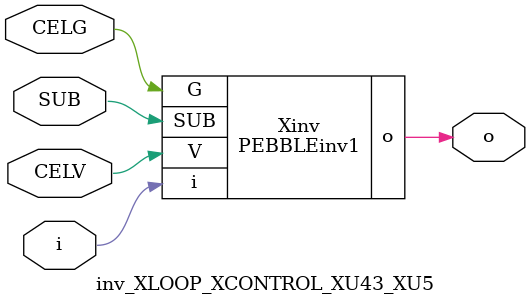
<source format=v>



module PEBBLEinv1 ( o, G, SUB, V, i );

  input V;
  input i;
  input G;
  output o;
  input SUB;
endmodule

//Celera Confidential Do Not Copy inv_XLOOP_XCONTROL_XU43_XU5
//Celera Confidential Symbol Generator
//5V Inverter
module inv_XLOOP_XCONTROL_XU43_XU5 (CELV,CELG,i,o,SUB);
input CELV;
input CELG;
input i;
input SUB;
output o;

//Celera Confidential Do Not Copy inv
PEBBLEinv1 Xinv(
.V (CELV),
.i (i),
.o (o),
.SUB (SUB),
.G (CELG)
);
//,diesize,PEBBLEinv1

//Celera Confidential Do Not Copy Module End
//Celera Schematic Generator
endmodule

</source>
